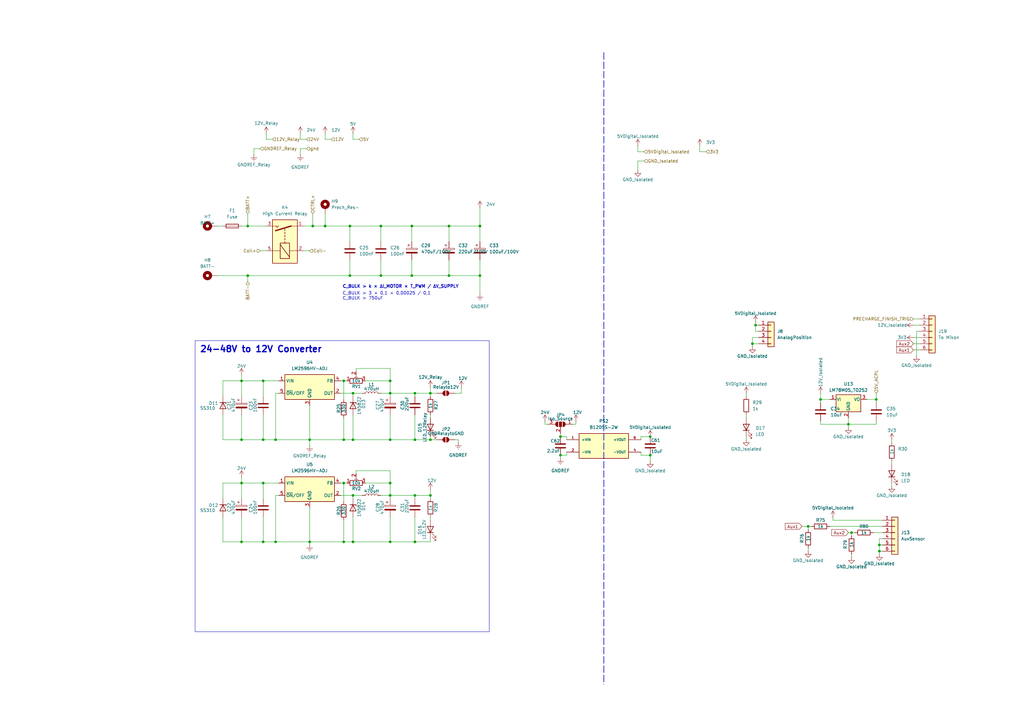
<source format=kicad_sch>
(kicad_sch (version 20250114) (generator "eeschema") (generator_version "9.0")
  (paper "A3")
  (lib_symbols
    (symbol "B2405S-2W:B1205S-2W" (pin_names (offset 1.016))
      (property "Reference" "PS" (at -10.1639 6.3579 0))
      (property "Value" "B1205S-2W" (at -10.1614 -7.6227 0))
      (symbol "B1205S-2W_0_0"
        (pin input line (at -15.24 2.54 0) (length 5.08) (name "+VIN") (number "1"))
        (pin input line (at -15.24 -2.54 0) (length 5.08) (name "-VIN") (number "2"))
        (pin output line (at 15.24 2.54 180) (length 5.08) (name "+VOUT") (number "6"))
        (pin output line (at 15.24 -2.54 180) (length 5.08) (name "-VOUT") (number "4"))
      )
    )
    (symbol "Connector_Generic:Conn_01x04" (pin_names (offset 1.016) (hide yes))
      (property "Reference" "J" (at 0 5.08 0))
      (property "Value" "Conn_01x04" (at 0 -7.62 0))
      (symbol "Conn_01x04_1_1"
        (pin passive line (at -5.08 2.54 0) (length 3.81) (name "Pin_1") (number "1"))
        (pin passive line (at -5.08 0 0) (length 3.81) (name "Pin_2") (number "2"))
        (pin passive line (at -5.08 -2.54 0) (length 3.81) (name "Pin_3") (number "3"))
        (pin passive line (at -5.08 -5.08 0) (length 3.81) (name "Pin_4") (number "4"))
      )
    )
    (symbol "Connector_Generic:Conn_01x06" (pin_names (offset 1.016) (hide yes))
      (property "Reference" "J" (at 0 7.62 0))
      (property "Value" "Conn_01x06" (at 0 -10.16 0))
      (symbol "Conn_01x06_1_1"
        (pin passive line (at -5.08 5.08 0) (length 3.81) (name "Pin_1") (number "1"))
        (pin passive line (at -5.08 2.54 0) (length 3.81) (name "Pin_2") (number "2"))
        (pin passive line (at -5.08 0 0) (length 3.81) (name "Pin_3") (number "3"))
        (pin passive line (at -5.08 -2.54 0) (length 3.81) (name "Pin_4") (number "4"))
        (pin passive line (at -5.08 -5.08 0) (length 3.81) (name "Pin_5") (number "5"))
        (pin passive line (at -5.08 -7.62 0) (length 3.81) (name "Pin_6") (number "6"))
      )
    )
    (symbol "Device:C" (pin_numbers (hide yes)) (pin_names (offset 0.254))
      (property "Reference" "C" (at 0.635 2.54 0))
      (property "Value" "C" (at 0.635 -2.54 0))
      (symbol "C_1_1"
        (pin passive line (at 0 3.81 270) (length 2.794) (name "~") (number "1"))
        (pin passive line (at 0 -3.81 90) (length 2.794) (name "~") (number "2"))
      )
    )
    (symbol "Device:C_Polarized" (pin_numbers (hide yes)) (pin_names (offset 0.254))
      (property "Reference" "C" (at 0.635 2.54 0))
      (property "Value" "C_Polarized" (at 0.635 -2.54 0))
      (symbol "C_Polarized_1_1"
        (pin passive line (at 0 3.81 270) (length 2.794) (name "~") (number "1"))
        (pin passive line (at 0 -3.81 90) (length 2.794) (name "~") (number "2"))
      )
    )
    (symbol "Device:D_Zener" (pin_numbers (hide yes)) (pin_names (offset 1.016) (hide yes))
      (property "Reference" "D" (at 0 2.54 0))
      (property "Value" "D_Zener" (at 0 -2.54 0))
      (symbol "D_Zener_1_1"
        (pin passive line (at -3.81 0 0) (length 2.54) (name "K") (number "1"))
        (pin passive line (at 3.81 0 180) (length 2.54) (name "A") (number "2"))
      )
    )
    (symbol "Device:Fuse" (pin_numbers (hide yes)) (pin_names (offset 0))
      (property "Reference" "F" (at 2.032 0 90))
      (property "Value" "Fuse" (at -1.905 0 90))
      (symbol "Fuse_1_1"
        (pin passive line (at 0 3.81 270) (length 1.27) (name "~") (number "1"))
        (pin passive line (at 0 -3.81 90) (length 1.27) (name "~") (number "2"))
      )
    )
    (symbol "Device:L" (pin_numbers (hide yes)) (pin_names (offset 1.016) (hide yes))
      (property "Reference" "L" (at -1.27 0 90))
      (property "Value" "L" (at 1.905 0 90))
      (symbol "L_1_1"
        (pin passive line (at 0 3.81 270) (length 1.27) (name "1") (number "1"))
        (pin passive line (at 0 -3.81 90) (length 1.27) (name "2") (number "2"))
      )
    )
    (symbol "Device:LED" (pin_numbers (hide yes)) (pin_names (offset 1.016) (hide yes))
      (property "Reference" "D" (at 0 2.54 0))
      (property "Value" "LED" (at 0 -2.54 0))
      (symbol "LED_1_1"
        (pin passive line (at -3.81 0 0) (length 2.54) (name "K") (number "1"))
        (pin passive line (at 3.81 0 180) (length 2.54) (name "A") (number "2"))
      )
    )
    (symbol "Device:R" (pin_numbers (hide yes)) (pin_names (offset 0))
      (property "Reference" "R" (at 2.032 0 90))
      (property "Value" "R" (at 0 0 90))
      (symbol "R_1_1"
        (pin passive line (at 0 3.81 270) (length 1.27) (name "~") (number "1"))
        (pin passive line (at 0 -3.81 90) (length 1.27) (name "~") (number "2"))
      )
    )
    (symbol "Device:R_Potentiometer_Trim" (pin_names (offset 1.016) (hide yes))
      (property "Reference" "RV" (at -4.445 0 90))
      (property "Value" "R_Potentiometer_Trim" (at -2.54 0 90))
      (symbol "R_Potentiometer_Trim_1_1"
        (pin passive line (at 0 3.81 270) (length 1.27) (name "1") (number "1"))
        (pin passive line (at 0 -3.81 90) (length 1.27) (name "3") (number "3"))
        (pin passive line (at 3.81 0 180) (length 1.27) (name "2") (number "2"))
      )
    )
    (symbol "Jumper:SolderJumper_2_Open" (pin_numbers (hide yes)) (pin_names (offset 0) (hide yes)) (in_bom no)
      (property "Reference" "JP" (at 0 2.032 0))
      (property "Value" "SolderJumper_2_Open" (at 0 -2.54 0))
      (symbol "SolderJumper_2_Open_1_1"
        (pin passive line (at -3.81 0 0) (length 2.54) (name "A") (number "1"))
        (pin passive line (at 3.81 0 180) (length 2.54) (name "B") (number "2"))
      )
    )
    (symbol "Jumper:SolderJumper_3_Open" (pin_names (offset 0) (hide yes)) (in_bom no)
      (property "Reference" "JP" (at -2.54 -2.54 0))
      (property "Value" "SolderJumper_3_Open" (at 0 2.794 0))
      (symbol "SolderJumper_3_Open_1_1"
        (pin passive line (at -5.08 0 0) (length 2.54) (name "A") (number "1"))
        (pin passive line (at 0 -3.81 90) (length 2.54) (name "C") (number "2"))
        (pin passive line (at 5.08 0 180) (length 2.54) (name "B") (number "3"))
      )
    )
    (symbol "Mechanical:MountingHole_Pad" (pin_numbers (hide yes)) (pin_names (offset 1.016) (hide yes)) (exclude_from_sim yes) (in_bom no)
      (property "Reference" "H" (at 0 6.35 0))
      (property "Value" "MountingHole_Pad" (at 0 4.445 0))
      (symbol "MountingHole_Pad_1_1"
        (pin input line (at 0 -2.54 90) (length 2.54) (name "1") (number "1"))
      )
    )
    (symbol "Regulator_Linear:LM78M05_TO252" (pin_names (offset 0.254))
      (property "Reference" "U" (at -3.81 3.175 0))
      (property "Value" "LM78M05_TO252" (at 0 3.175 0))
      (symbol "LM78M05_TO252_1_1"
        (pin power_in line (at -7.62 0 0) (length 2.54) (name "VI") (number "1"))
        (pin power_in line (at 0 -7.62 90) (length 2.54) (name "GND") (number "2"))
        (pin power_out line (at 7.62 0 180) (length 2.54) (name "VO") (number "3"))
      )
    )
    (symbol "Regulator_Switching:LM2596S-ADJ"
      (property "Reference" "U" (at -10.16 6.35 0))
      (property "Value" "LM2596S-ADJ" (at 0 6.35 0))
      (symbol "LM2596S-ADJ_1_1"
        (pin power_in line (at -12.7 2.54 0) (length 2.54) (name "VIN") (number "1"))
        (pin input line (at -12.7 -2.54 0) (length 2.54) (name "~{ON}/OFF") (number "5"))
        (pin power_in line (at 0 -7.62 90) (length 2.54) (name "GND") (number "3"))
        (pin input line (at 12.7 2.54 180) (length 2.54) (name "FB") (number "4"))
        (pin output line (at 12.7 -2.54 180) (length 2.54) (name "OUT") (number "2"))
      )
    )
    (symbol "Relay:SANYOU_SRD_Form_A"
      (property "Reference" "K" (at 8.89 3.81 0))
      (property "Value" "SANYOU_SRD_Form_A" (at 8.89 1.27 0))
      (symbol "SANYOU_SRD_Form_A_1_1"
        (pin passive line (at -5.08 7.62 270) (length 2.54) (name "~") (number "5"))
        (pin passive line (at -5.08 -7.62 90) (length 2.54) (name "~") (number "2"))
        (pin passive line (at 5.08 7.62 270) (length 2.54) (name "~") (number "3"))
        (pin passive line (at 5.08 -7.62 90) (length 2.54) (name "~") (number "1"))
      )
    )
    (symbol "power:+48V" (power) (pin_numbers (hide yes)) (pin_names (offset 0) (hide yes))
      (property "Value" "+48V" (at 0 3.556 0))
      (symbol "+48V_1_1"
        (pin power_in line (at 0 0 90) (length 0) (name "~") (number "1"))
      )
    )
    (symbol "power:GND" (power) (pin_numbers (hide yes)) (pin_names (offset 0) (hide yes))
      (property "Value" "GND" (at 0 -3.81 0))
      (symbol "GND_1_1"
        (pin power_in line (at 0 0 270) (length 0) (name "~") (number "1"))
      )
    )
    (symbol "power:GNDREF" (power) (pin_numbers (hide yes)) (pin_names (offset 0) (hide yes))
      (property "Value" "GNDREF" (at 0 -3.81 0))
      (symbol "GNDREF_1_1"
        (pin power_in line (at 0 0 270) (length 0) (name "~") (number "1"))
      )
    )
  )
  (text "C_BULK > 3 × 0,1 × 0,00025 / 0,1 \nC_BULK > 750uF" (at 140.462 121.412 0) (effects (font (size 1.27 1.27)) (justify left)))
  (text "C_BULK > k × ∆I_MOTOR × T_PWM / ∆V_SUPPLY" (at 164.338 117.602 0) (effects (font (size 1.27 1.27) (thickness 0.254) (bold yes))))
  (text_box "24-48V to 12V Converter" (at 80.01 139.7 0) (size 120.65 119.38) (margins 1.905 1.905 1.905 1.905) (effects (font (size 2.54 2.54) (thickness 0.508) (bold yes)) (justify left top)))
  (junction (at 266.7 186.69))
  (junction (at 170.18 203.2))
  (junction (at 229.87 186.69))
  (junction (at 140.97 180.34))
  (junction (at 308.61 140.97))
  (junction (at 107.95 198.12))
  (junction (at 140.97 156.21))
  (junction (at 359.41 163.83))
  (junction (at 107.95 156.21))
  (junction (at 113.03 222.25))
  (junction (at 229.87 179.07))
  (junction (at 170.18 161.29))
  (junction (at 144.78 161.29))
  (junction (at 144.78 180.34))
  (junction (at 160.02 198.12))
  (junction (at 160.02 156.21))
  (junction (at 360.68 223.52))
  (junction (at 140.97 222.25))
  (junction (at 144.78 203.2))
  (junction (at 160.02 180.34))
  (junction (at 107.95 222.25))
  (junction (at 170.18 180.34))
  (junction (at 349.25 218.44))
  (junction (at 156.21 92.71))
  (junction (at 331.47 215.9))
  (junction (at 160.02 203.2))
  (junction (at 160.02 222.25))
  (junction (at 101.6 113.03))
  (junction (at 140.97 198.12))
  (junction (at 143.51 92.71))
  (junction (at 196.85 113.03))
  (junction (at 99.06 198.12))
  (junction (at 176.53 161.29))
  (junction (at 184.15 113.03))
  (junction (at 336.55 163.83))
  (junction (at 196.85 92.71))
  (junction (at 184.15 92.71))
  (junction (at 176.53 180.34))
  (junction (at 170.18 222.25))
  (junction (at 128.27 92.71))
  (junction (at 99.06 180.34))
  (junction (at 176.53 203.2))
  (junction (at 107.95 180.34))
  (junction (at 266.7 179.07))
  (junction (at 99.06 222.25))
  (junction (at 309.88 133.35))
  (junction (at 99.06 156.21))
  (junction (at 113.03 180.34))
  (junction (at 156.21 113.03))
  (junction (at 168.91 113.03))
  (junction (at 127 222.25))
  (junction (at 168.91 92.71))
  (junction (at 144.78 222.25))
  (junction (at 160.02 161.29))
  (junction (at 101.6 92.71))
  (junction (at 347.98 173.99))
  (junction (at 127 180.34))
  (junction (at 143.51 113.03))
  (junction (at 133.35 92.71))
  (junction (at 360.68 226.06))
  (wire (pts (xy 229.87 177.8) (xy 229.87 179.07)))
  (wire (pts (xy 308.61 138.43) (xy 308.61 140.97)))
  (wire (pts (xy 374.65 138.43) (xy 377.19 138.43)))
  (wire (pts (xy 229.87 186.69) (xy 232.41 186.69)))
  (wire (pts (xy 176.53 161.29) (xy 179.07 161.29)))
  (wire (pts (xy 133.35 87.63) (xy 133.35 92.71)))
  (wire (pts (xy 347.98 173.99) (xy 359.41 173.99)))
  (wire (pts (xy 189.23 161.29) (xy 186.69 161.29)))
  (wire (pts (xy 176.53 170.18) (xy 176.53 171.45)))
  (wire (pts (xy 306.07 170.18) (xy 306.07 171.45)))
  (wire (pts (xy 107.95 222.25) (xy 113.03 222.25)))
  (wire (pts (xy 359.41 161.29) (xy 359.41 163.83)))
  (wire (pts (xy 156.21 106.68) (xy 156.21 113.03)))
  (wire (pts (xy 176.53 204.47) (xy 176.53 203.2)))
  (wire (pts (xy 113.03 222.25) (xy 113.03 203.2)))
  (wire (pts (xy 99.06 156.21) (xy 107.95 156.21)))
  (wire (pts (xy 176.53 162.56) (xy 176.53 161.29)))
  (wire (pts (xy 143.51 92.71) (xy 143.51 99.06)))
  (wire (pts (xy 360.68 226.06) (xy 360.68 227.33)))
  (wire (pts (xy 99.06 153.67) (xy 99.06 156.21)))
  (wire (pts (xy 176.53 158.75) (xy 176.53 161.29)))
  (wire (pts (xy 360.68 223.52) (xy 361.95 223.52)))
  (wire (pts (xy 170.18 161.29) (xy 176.53 161.29)))
  (wire (pts (xy 144.78 212.09) (xy 144.78 222.25)))
  (wire (pts (xy 127 166.37) (xy 127 180.34)))
  (wire (pts (xy 196.85 106.68) (xy 196.85 113.03)))
  (wire (pts (xy 170.18 203.2) (xy 176.53 203.2)))
  (wire (pts (xy 340.36 163.83) (xy 336.55 163.83)))
  (wire (pts (xy 160.02 180.34) (xy 170.18 180.34)))
  (wire (pts (xy 99.06 204.47) (xy 99.06 198.12)))
  (wire (pts (xy 99.06 92.71) (xy 101.6 92.71)))
  (wire (pts (xy 140.97 156.21) (xy 140.97 163.83)))
  (wire (pts (xy 160.02 161.29) (xy 160.02 162.56)))
  (wire (pts (xy 160.02 203.2) (xy 160.02 204.47)))
  (wire (pts (xy 99.06 170.18) (xy 99.06 180.34)))
  (wire (pts (xy 107.95 204.47) (xy 107.95 198.12)))
  (wire (pts (xy 144.78 170.18) (xy 144.78 180.34)))
  (wire (pts (xy 160.02 156.21) (xy 160.02 161.29)))
  (wire (pts (xy 113.03 222.25) (xy 127 222.25)))
  (wire (pts (xy 176.53 179.07) (xy 176.53 180.34)))
  (wire (pts (xy 347.98 218.44) (xy 349.25 218.44)))
  (wire (pts (xy 109.22 54.61) (xy 109.22 57.15)))
  (wire (pts (xy 91.44 204.47) (xy 91.44 198.12)))
  (wire (pts (xy 91.44 156.21) (xy 99.06 156.21)))
  (wire (pts (xy 176.53 220.98) (xy 176.53 222.25)))
  (wire (pts (xy 365.76 198.12) (xy 365.76 199.39)))
  (wire (pts (xy 99.06 212.09) (xy 99.06 222.25)))
  (wire (pts (xy 176.53 180.34) (xy 179.07 180.34)))
  (wire (pts (xy 365.76 189.23) (xy 365.76 190.5)))
  (wire (pts (xy 229.87 187.96) (xy 229.87 186.69)))
  (wire (pts (xy 184.15 106.68) (xy 184.15 113.03)))
  (wire (pts (xy 341.63 212.09) (xy 341.63 213.36)))
  (wire (pts (xy 377.19 133.35) (xy 374.65 133.35)))
  (wire (pts (xy 196.85 92.71) (xy 196.85 99.06)))
  (wire (pts (xy 106.68 102.87) (xy 109.22 102.87)))
  (wire (pts (xy 88.9 92.71) (xy 91.44 92.71)))
  (wire (pts (xy 347.98 173.99) (xy 347.98 175.26)))
  (wire (pts (xy 127 222.25) (xy 140.97 222.25)))
  (wire (pts (xy 186.69 180.34) (xy 187.96 180.34)))
  (wire (pts (xy 308.61 138.43) (xy 311.15 138.43)))
  (wire (pts (xy 374.65 143.51) (xy 377.19 143.51)))
  (wire (pts (xy 140.97 180.34) (xy 140.97 171.45)))
  (wire (pts (xy 189.23 158.75) (xy 189.23 161.29)))
  (wire (pts (xy 309.88 133.35) (xy 309.88 135.89)))
  (wire (pts (xy 127 180.34) (xy 140.97 180.34)))
  (wire (pts (xy 139.7 198.12) (xy 140.97 198.12)))
  (wire (pts (xy 187.96 180.34) (xy 187.96 181.61)))
  (wire (pts (xy 113.03 161.29) (xy 114.3 161.29)))
  (wire (pts (xy 123.19 57.15) (xy 125.73 57.15)))
  (wire (pts (xy 143.51 106.68) (xy 143.51 113.03)))
  (wire (pts (xy 127 208.28) (xy 127 222.25)))
  (wire (pts (xy 140.97 156.21) (xy 142.24 156.21)))
  (wire (pts (xy 107.95 162.56) (xy 107.95 156.21)))
  (wire (pts (xy 184.15 92.71) (xy 196.85 92.71)))
  (wire (pts (xy 262.89 186.69) (xy 262.89 185.42)))
  (wire (pts (xy 168.91 92.71) (xy 168.91 99.06)))
  (wire (pts (xy 170.18 222.25) (xy 176.53 222.25)))
  (wire (pts (xy 99.06 198.12) (xy 107.95 198.12)))
  (wire (pts (xy 184.15 92.71) (xy 184.15 99.06)))
  (wire (pts (xy 156.21 92.71) (xy 156.21 99.06)))
  (wire (pts (xy 101.6 92.71) (xy 109.22 92.71)))
  (wire (pts (xy 236.22 173.99) (xy 234.95 173.99)))
  (wire (pts (xy 261.62 66.04) (xy 261.62 69.85)))
  (wire (pts (xy 124.46 92.71) (xy 128.27 92.71)))
  (wire (pts (xy 113.03 180.34) (xy 113.03 161.29)))
  (wire (pts (xy 168.91 92.71) (xy 184.15 92.71)))
  (wire (pts (xy 143.51 113.03) (xy 156.21 113.03)))
  (wire (pts (xy 88.9 113.03) (xy 101.6 113.03)))
  (polyline (pts (xy 247.65 21.59) (xy 247.65 280.67)) (stroke (width 0.254) (type dash)))
  (wire (pts (xy 160.02 161.29) (xy 170.18 161.29)))
  (wire (pts (xy 262.89 186.69) (xy 266.7 186.69)))
  (wire (pts (xy 309.88 133.35) (xy 311.15 133.35)))
  (wire (pts (xy 160.02 203.2) (xy 170.18 203.2)))
  (wire (pts (xy 140.97 222.25) (xy 140.97 213.36)))
  (wire (pts (xy 139.7 156.21) (xy 140.97 156.21)))
  (wire (pts (xy 144.78 203.2) (xy 148.59 203.2)))
  (wire (pts (xy 358.14 218.44) (xy 361.95 218.44)))
  (wire (pts (xy 99.06 222.25) (xy 107.95 222.25)))
  (wire (pts (xy 336.55 173.99) (xy 347.98 173.99)))
  (wire (pts (xy 359.41 165.1) (xy 359.41 163.83)))
  (wire (pts (xy 107.95 180.34) (xy 113.03 180.34)))
  (wire (pts (xy 127 180.34) (xy 127 182.88)))
  (wire (pts (xy 160.02 180.34) (xy 160.02 170.18)))
  (wire (pts (xy 107.95 170.18) (xy 107.95 180.34)))
  (wire (pts (xy 236.22 173.99) (xy 236.22 172.72)))
  (wire (pts (xy 113.03 180.34) (xy 127 180.34)))
  (wire (pts (xy 170.18 161.29) (xy 170.18 162.56)))
  (wire (pts (xy 128.27 87.63) (xy 128.27 92.71)))
  (wire (pts (xy 101.6 113.03) (xy 143.51 113.03)))
  (wire (pts (xy 107.95 212.09) (xy 107.95 222.25)))
  (wire (pts (xy 144.78 57.15) (xy 147.32 57.15)))
  (wire (pts (xy 262.89 179.07) (xy 262.89 180.34)))
  (wire (pts (xy 143.51 92.71) (xy 156.21 92.71)))
  (wire (pts (xy 176.53 200.66) (xy 176.53 203.2)))
  (wire (pts (xy 374.65 130.81) (xy 377.19 130.81)))
  (wire (pts (xy 331.47 215.9) (xy 332.74 215.9)))
  (wire (pts (xy 223.52 173.99) (xy 223.52 172.72)))
  (wire (pts (xy 261.62 62.23) (xy 264.16 62.23)))
  (wire (pts (xy 149.86 156.21) (xy 160.02 156.21)))
  (wire (pts (xy 144.78 161.29) (xy 144.78 162.56)))
  (wire (pts (xy 144.78 161.29) (xy 148.59 161.29)))
  (wire (pts (xy 149.86 198.12) (xy 160.02 198.12)))
  (wire (pts (xy 229.87 179.07) (xy 232.41 179.07)))
  (wire (pts (xy 123.19 63.5) (xy 123.19 60.96)))
  (wire (pts (xy 160.02 198.12) (xy 160.02 203.2)))
  (wire (pts (xy 144.78 222.25) (xy 160.02 222.25)))
  (wire (pts (xy 360.68 220.98) (xy 361.95 220.98)))
  (wire (pts (xy 341.63 213.36) (xy 361.95 213.36)))
  (wire (pts (xy 328.93 215.9) (xy 331.47 215.9)))
  (wire (pts (xy 266.7 186.69) (xy 266.7 189.23)))
  (wire (pts (xy 287.02 59.69) (xy 287.02 62.23)))
  (wire (pts (xy 113.03 203.2) (xy 114.3 203.2)))
  (wire (pts (xy 360.68 220.98) (xy 360.68 223.52)))
  (wire (pts (xy 196.85 120.65) (xy 196.85 113.03)))
  (wire (pts (xy 349.25 227.33) (xy 349.25 228.6)))
  (wire (pts (xy 336.55 172.72) (xy 336.55 173.99)))
  (wire (pts (xy 266.7 179.07) (xy 262.89 179.07)))
  (wire (pts (xy 309.88 135.89) (xy 311.15 135.89)))
  (wire (pts (xy 365.76 180.34) (xy 365.76 181.61)))
  (wire (pts (xy 140.97 180.34) (xy 144.78 180.34)))
  (wire (pts (xy 140.97 222.25) (xy 144.78 222.25)))
  (wire (pts (xy 156.21 113.03) (xy 168.91 113.03)))
  (wire (pts (xy 101.6 87.63) (xy 101.6 92.71)))
  (wire (pts (xy 140.97 198.12) (xy 142.24 198.12)))
  (wire (pts (xy 170.18 212.09) (xy 170.18 222.25)))
  (wire (pts (xy 146.05 151.13) (xy 146.05 152.4)))
  (wire (pts (xy 91.44 198.12) (xy 99.06 198.12)))
  (wire (pts (xy 91.44 180.34) (xy 99.06 180.34)))
  (wire (pts (xy 306.07 161.29) (xy 306.07 162.56)))
  (wire (pts (xy 107.95 156.21) (xy 114.3 156.21)))
  (wire (pts (xy 359.41 172.72) (xy 359.41 173.99)))
  (wire (pts (xy 308.61 140.97) (xy 308.61 142.24)))
  (wire (pts (xy 104.14 63.5) (xy 104.14 60.96)))
  (wire (pts (xy 170.18 203.2) (xy 170.18 204.47)))
  (wire (pts (xy 133.35 57.15) (xy 135.89 57.15)))
  (wire (pts (xy 146.05 193.04) (xy 160.02 193.04)))
  (wire (pts (xy 133.35 92.71) (xy 143.51 92.71)))
  (wire (pts (xy 349.25 218.44) (xy 350.52 218.44)))
  (wire (pts (xy 146.05 151.13) (xy 160.02 151.13)))
  (wire (pts (xy 287.02 62.23) (xy 289.56 62.23)))
  (wire (pts (xy 374.65 140.97) (xy 377.19 140.97)))
  (wire (pts (xy 156.21 203.2) (xy 160.02 203.2)))
  (wire (pts (xy 331.47 224.79) (xy 331.47 226.06)))
  (wire (pts (xy 91.44 212.09) (xy 91.44 222.25)))
  (wire (pts (xy 355.6 163.83) (xy 359.41 163.83)))
  (wire (pts (xy 176.53 212.09) (xy 176.53 213.36)))
  (wire (pts (xy 349.25 218.44) (xy 349.25 219.71)))
  (wire (pts (xy 184.15 113.03) (xy 196.85 113.03)))
  (wire (pts (xy 361.95 226.06) (xy 360.68 226.06)))
  (wire (pts (xy 107.95 198.12) (xy 114.3 198.12)))
  (wire (pts (xy 306.07 179.07) (xy 306.07 180.34)))
  (wire (pts (xy 144.78 203.2) (xy 144.78 204.47)))
  (wire (pts (xy 104.14 60.96) (xy 106.68 60.96)))
  (wire (pts (xy 308.61 140.97) (xy 311.15 140.97)))
  (wire (pts (xy 146.05 193.04) (xy 146.05 194.31)))
  (wire (pts (xy 196.85 85.09) (xy 196.85 92.71)))
  (wire (pts (xy 91.44 170.18) (xy 91.44 180.34)))
  (wire (pts (xy 156.21 161.29) (xy 160.02 161.29)))
  (wire (pts (xy 99.06 162.56) (xy 99.06 156.21)))
  (wire (pts (xy 168.91 113.03) (xy 184.15 113.03)))
  (wire (pts (xy 160.02 193.04) (xy 160.02 198.12)))
  (wire (pts (xy 264.16 66.04) (xy 261.62 66.04)))
  (wire (pts (xy 144.78 180.34) (xy 160.02 180.34)))
  (wire (pts (xy 232.41 186.69) (xy 232.41 185.42)))
  (wire (pts (xy 375.92 135.89) (xy 375.92 146.05)))
  (wire (pts (xy 170.18 170.18) (xy 170.18 180.34)))
  (wire (pts (xy 144.78 54.61) (xy 144.78 57.15)))
  (wire (pts (xy 377.19 135.89) (xy 375.92 135.89)))
  (wire (pts (xy 139.7 161.29) (xy 144.78 161.29)))
  (wire (pts (xy 340.36 215.9) (xy 361.95 215.9)))
  (wire (pts (xy 124.46 102.87) (xy 127 102.87)))
  (wire (pts (xy 331.47 215.9) (xy 331.47 217.17)))
  (wire (pts (xy 127 222.25) (xy 127 223.52)))
  (wire (pts (xy 347.98 171.45) (xy 347.98 173.99)))
  (wire (pts (xy 168.91 106.68) (xy 168.91 113.03)))
  (wire (pts (xy 91.44 162.56) (xy 91.44 156.21)))
  (wire (pts (xy 156.21 92.71) (xy 168.91 92.71)))
  (wire (pts (xy 336.55 161.29) (xy 336.55 163.83)))
  (wire (pts (xy 160.02 222.25) (xy 170.18 222.25)))
  (wire (pts (xy 223.52 173.99) (xy 224.79 173.99)))
  (wire (pts (xy 360.68 223.52) (xy 360.68 226.06)))
  (wire (pts (xy 99.06 195.58) (xy 99.06 198.12)))
  (wire (pts (xy 170.18 180.34) (xy 176.53 180.34)))
  (wire (pts (xy 123.19 60.96) (xy 125.73 60.96)))
  (wire (pts (xy 336.55 163.83) (xy 336.55 165.1)))
  (wire (pts (xy 91.44 222.25) (xy 99.06 222.25)))
  (wire (pts (xy 261.62 59.69) (xy 261.62 62.23)))
  (wire (pts (xy 109.22 57.15) (xy 111.76 57.15)))
  (wire (pts (xy 133.35 54.61) (xy 133.35 57.15)))
  (wire (pts (xy 160.02 151.13) (xy 160.02 156.21)))
  (wire (pts (xy 232.41 179.07) (xy 232.41 180.34)))
  (wire (pts (xy 309.88 132.08) (xy 309.88 133.35)))
  (wire (pts (xy 139.7 203.2) (xy 144.78 203.2)))
  (wire (pts (xy 140.97 198.12) (xy 140.97 205.74)))
  (wire (pts (xy 99.06 180.34) (xy 107.95 180.34)))
  (wire (pts (xy 160.02 222.25) (xy 160.02 212.09)))
  (wire (pts (xy 101.6 113.03) (xy 101.6 115.57)))
  (wire (pts (xy 128.27 92.71) (xy 133.35 92.71)))
  (wire (pts (xy 123.19 54.61) (xy 123.19 57.15)))
  (global_label "Aux1" (shape input) (at 328.93 215.9 180) (property "Intersheetrefs" "${INTERSHEET_REFS}" (effects (hide yes))))
  (global_label "Aux1" (shape input) (at 374.65 143.51 180) (property "Intersheetrefs" "${INTERSHEET_REFS}" (effects (hide yes))))
  (global_label "Aux2" (shape input) (at 347.98 218.44 180) (property "Intersheetrefs" "${INTERSHEET_REFS}" (effects (hide yes))))
  (global_label "Aux2" (shape input) (at 374.65 140.97 180) (property "Intersheetrefs" "${INTERSHEET_REFS}" (effects (hide yes))))
  (hierarchical_label "Coil+" (shape input) (at 106.68 102.87 180))
  (hierarchical_label "24V" (shape input) (at 125.73 57.15 0))
  (hierarchical_label "3V3" (shape input) (at 289.56 62.23 0))
  (hierarchical_label "BATT+" (shape input) (at 101.6 87.63 90))
  (hierarchical_label "5V" (shape input) (at 147.32 57.15 0))
  (hierarchical_label "PRECHARGE_FINISH_TRIG" (shape input) (at 374.65 130.81 180))
  (hierarchical_label "12V_Relay" (shape input) (at 111.76 57.15 0))
  (hierarchical_label "12V" (shape input) (at 135.89 57.15 0))
  (hierarchical_label "GND_Isolated" (shape input) (at 264.16 66.04 0))
  (hierarchical_label "BATT-" (shape input) (at 101.6 115.57 270))
  (hierarchical_label "CTRL+" (shape input) (at 128.27 87.63 90))
  (hierarchical_label "5VDigital_Isolated" (shape input) (at 264.16 62.23 0))
  (hierarchical_label "5V_ACPL" (shape input) (at 359.41 161.29 90))
  (hierarchical_label "gnd" (shape input) (at 125.73 60.96 0))
  (hierarchical_label "GNDREF_Relay" (shape input) (at 106.68 60.96 0))
  (hierarchical_label "Coil-" (shape input) (at 127 102.87 0))
  (symbol (lib_id "Connector_Generic:Conn_01x04") (at 316.23 135.89 0) (unit 1)
    (property "Reference" "J8" (at 318.77 135.8899 0) (effects (justify left)))
    (property "Value" "AnalogPosition" (at 318.77 138.4299 0) (effects (justify left)))
    (property "Footprint" "Connector_Molex:Molex_Mini-Fit_Jr_5569-04A2_2x02_P4.20mm_Horizontal" (effects (hide yes)))
    (property "Description" "Generic connector, single row, 01x04, script generated (kicad-library-utils/schlib/autogen/connector/)" (effects (hide yes)))
  )
  (symbol (lib_id "Device:C") (at 170.18 166.37 0) (unit 1)
    (property "Reference" "C30" (at 165.1 168.148 90) (effects (justify left)))
    (property "Value" "220uF" (at 166.878 168.656 90) (effects (justify left)))
    (property "Footprint" "Capacitor_SMD:C_0805_2012Metric" (effects (hide yes)))
    (property "Description" "Unpolarized capacitor" (effects (hide yes)))
  )
  (symbol (lib_id "Device:R") (at 336.55 215.9 90) (unit 1)
    (property "Reference" "R75" (at 336.55 213.36 90))
    (property "Value" "1k" (at 336.55 215.9 90))
    (property "Footprint" "Resistor_SMD:R_0805_2012Metric" (effects (hide yes)))
    (property "Description" "Resistor" (effects (hide yes)))
  )
  (symbol (lib_id "power:GNDREF") (at 187.96 181.61 0) (unit 1)
    (property "Reference" "#PWR042" (effects (hide yes)))
    (property "Value" "GNDREF" (at 187.96 186.69 0))
    (property "Description" "Power symbol creates a global label with name \"GNDREF\" , reference supply ground" (effects (hide yes)))
  )
  (symbol (lib_id "Device:R") (at 306.07 166.37 0) (unit 1)
    (property "Reference" "R29" (at 308.61 165.0999 0) (effects (justify left)))
    (property "Value" "1k" (at 308.61 167.6399 0) (effects (justify left)))
    (property "Footprint" "Resistor_SMD:R_0805_2012Metric" (effects (hide yes)))
    (property "Description" "Resistor" (effects (hide yes)))
  )
  (symbol (lib_id "Jumper:SolderJumper_3_Open") (at 229.87 173.99 0) (mirror y) (unit 1) (in_bom no)
    (property "Reference" "JP4" (at 229.87 170.18 0))
    (property "Value" "Iso_Source" (at 229.87 171.704 0))
    (property "Footprint" "Jumper:SolderJumper-3_P1.3mm_Open_RoundedPad1.0x1.5mm_NumberLabels" (effects (hide yes)))
    (property "Description" "Solder Jumper, 3-pole, open" (effects (hide yes)))
  )
  (symbol (lib_id "power:+48V") (at 236.22 172.72 0) (unit 1)
    (property "Reference" "#PWR051" (effects (hide yes)))
    (property "Value" "12V" (at 234.95 169.164 0) (effects (justify left)))
    (property "Description" "Power symbol creates a global label with name \"+48V\"" (effects (hide yes)))
  )
  (symbol (lib_id "Device:C_Polarized") (at 184.15 102.87 0) (unit 1)
    (property "Reference" "C32" (at 187.96 100.7109 0) (effects (justify left)))
    (property "Value" "220uF/100V" (at 187.96 103.2509 0) (effects (justify left)))
    (property "Footprint" "Capacitor_THT:CP_Radial_D16.0mm_P7.50mm" (effects (hide yes)))
    (property "Description" "Polarized capacitor" (effects (hide yes)))
  )
  (symbol (lib_id "power:+48V") (at 261.62 59.69 0) (unit 1)
    (property "Reference" "#PWR062" (effects (hide yes)))
    (property "Value" "5VDigital_Isolated" (at 261.62 55.88 0))
    (property "Description" "Power symbol creates a global label with name \"+48V\"" (effects (hide yes)))
  )
  (symbol (lib_id "Device:R") (at 331.47 220.98 180) (unit 1)
    (property "Reference" "R76" (at 328.93 222.758 90) (effects (justify right)))
    (property "Value" "1k" (at 331.47 221.996 90) (effects (justify right)))
    (property "Footprint" "Resistor_SMD:R_0805_2012Metric" (effects (hide yes)))
    (property "Description" "Resistor" (effects (hide yes)))
  )
  (symbol (lib_id "Mechanical:MountingHole_Pad") (at 86.36 92.71 90) (unit 1) (exclude_from_sim yes) (in_bom no)
    (property "Reference" "H7" (at 85.09 88.9 90))
    (property "Value" "BATT+" (at 85.09 91.44 90))
    (property "Footprint" "Terminal_SMD_M5:TerminalSMD_M5" (effects (hide yes)))
    (property "Description" "Mounting Hole with connection" (effects (hide yes)))
  )
  (symbol (lib_id "power:+48V") (at 189.23 158.75 0) (unit 1)
    (property "Reference" "#PWR043" (effects (hide yes)))
    (property "Value" "12V" (at 187.96 155.194 0) (effects (justify left)))
    (property "Description" "Power symbol creates a global label with name \"+48V\"" (effects (hide yes)))
  )
  (symbol (lib_id "Device:LED") (at 306.07 175.26 90) (unit 1)
    (property "Reference" "D17" (at 309.88 175.5774 90) (effects (justify right)))
    (property "Value" "LED" (at 309.88 178.1174 90) (effects (justify right)))
    (property "Footprint" "LED_SMD:LED_0805_2012Metric_Pad1.15x1.40mm_HandSolder" (effects (hide yes)))
    (property "Description" "Light emitting diode" (effects (hide yes)))
  )
  (symbol (lib_id "power:+48V") (at 133.35 54.61 0) (unit 1)
    (property "Reference" "#PWR039" (effects (hide yes)))
    (property "Value" "12V" (at 135.89 53.3399 0) (effects (justify left)))
    (property "Description" "Power symbol creates a global label with name \"+48V\"" (effects (hide yes)))
  )
  (symbol (lib_id "Device:Fuse") (at 95.25 92.71 90) (unit 1)
    (property "Reference" "F1" (at 95.25 86.36 90))
    (property "Value" "Fuse" (at 95.25 88.9 90))
    (property "Footprint" "FuseController14x51:Fuse_L30mm" (effects (hide yes)))
    (property "Description" "Fuse" (effects (hide yes)))
  )
  (symbol (lib_id "Device:R") (at 365.76 185.42 0) (unit 1)
    (property "Reference" "R30" (at 368.3 184.1499 0) (effects (justify left)))
    (property "Value" "1k" (at 365.76 186.436 90) (effects (justify left)))
    (property "Footprint" "Resistor_SMD:R_0805_2012Metric" (effects (hide yes)))
    (property "Description" "Resistor" (effects (hide yes)))
  )
  (symbol (lib_id "power:GND") (at 365.76 199.39 0) (unit 1)
    (property "Reference" "#PWR067" (effects (hide yes)))
    (property "Value" "GND_Isolated" (at 365.76 203.2 0))
    (property "Description" "Power symbol creates a global label with name \"GND\" , ground" (effects (hide yes)))
  )
  (symbol (lib_id "Device:R") (at 176.53 166.37 0) (unit 1)
    (property "Reference" "R27" (at 178.816 168.148 90) (effects (justify left)))
    (property "Value" "1k" (at 176.53 167.64 90) (effects (justify left)))
    (property "Footprint" "Resistor_SMD:R_0805_2012Metric" (effects (hide yes)))
    (property "Description" "Resistor" (effects (hide yes)))
  )
  (symbol (lib_id "Connector_Generic:Conn_01x06") (at 382.27 135.89 0) (unit 1)
    (property "Reference" "J19" (at 384.81 135.8899 0) (effects (justify left)))
    (property "Value" "To Mikon" (at 384.81 138.4299 0) (effects (justify left)))
    (property "Footprint" "Connector_PinSocket_2.54mm:PinSocket_1x06_P2.54mm_Vertical" (effects (hide yes)))
    (property "Description" "Generic connector, single row, 01x06, script generated (kicad-library-utils/schlib/autogen/connector/)" (effects (hide yes)))
  )
  (symbol (lib_id "power:+48V") (at 176.53 200.66 0) (unit 1)
    (property "Reference" "#PWR041" (effects (hide yes)))
    (property "Value" "12V" (at 175.26 197.104 0) (effects (justify left)))
    (property "Description" "Power symbol creates a global label with name \"+48V\"" (effects (hide yes)))
  )
  (symbol (lib_id "Device:R_Potentiometer_Trim") (at 146.05 156.21 90) (unit 1)
    (property "Reference" "RV1" (at 144.272 158.496 90) (effects (justify right)))
    (property "Value" "10k" (at 144.272 156.21 90) (effects (justify right)))
    (property "Footprint" "Potentiometer_THT:Potentiometer_Runtron_RM-065_Vertical" (effects (hide yes)))
    (property "Description" "Trim-potentiometer" (effects (hide yes)))
  )
  (symbol (lib_id "Mechanical:MountingHole_Pad") (at 86.36 113.03 90) (unit 1) (exclude_from_sim yes) (in_bom no)
    (property "Reference" "H8" (at 85.09 106.68 90))
    (property "Value" "BATT-" (at 85.09 109.22 90))
    (property "Footprint" "Terminal_SMD_M5:TerminalSMD_M5" (effects (hide yes)))
    (property "Description" "Mounting Hole with connection" (effects (hide yes)))
  )
  (symbol (lib_id "Regulator_Switching:LM2596S-ADJ") (at 127 158.75 0) (unit 1)
    (property "Reference" "U4" (at 127 148.59 0))
    (property "Value" "LM2596HV-ADJ" (at 127 151.13 0))
    (property "Footprint" "Package_TO_SOT_SMD:TO-263-5_TabPin3" (effects (hide yes)))
    (property "Datasheet" "http://www.ti.com/lit/ds/symlink/lm2596.pdf" (effects (hide yes)))
    (property "Description" "Adjustable 3A Step-Down Voltage Regulator, TO-263" (effects (hide yes)))
  )
  (symbol (lib_id "power:+48V") (at 123.19 54.61 0) (unit 1)
    (property "Reference" "#PWR035" (effects (hide yes)))
    (property "Value" "24V" (at 125.73 53.3399 0) (effects (justify left)))
    (property "Description" "Power symbol creates a global label with name \"+48V\"" (effects (hide yes)))
  )
  (symbol (lib_id "power:GND") (at 360.68 227.33 0) (unit 1)
    (property "Reference" "#PWR0121" (effects (hide yes)))
    (property "Value" "GND_Isolated" (at 360.68 231.14 0))
    (property "Description" "Power symbol creates a global label with name \"GND\" , ground" (effects (hide yes)))
  )
  (symbol (lib_id "power:GND") (at 308.61 142.24 0) (unit 1)
    (property "Reference" "#PWR021" (effects (hide yes)))
    (property "Value" "GND_Isolated" (at 308.61 146.05 0))
    (property "Description" "Power symbol creates a global label with name \"GND\" , ground" (effects (hide yes)))
  )
  (symbol (lib_id "power:+48V") (at 196.85 85.09 0) (unit 1)
    (property "Reference" "#PWR044" (effects (hide yes)))
    (property "Value" "24V" (at 199.39 83.8199 0) (effects (justify left)))
    (property "Description" "Power symbol creates a global label with name \"+48V\"" (effects (hide yes)))
  )
  (symbol (lib_id "power:+48V") (at 336.55 161.29 0) (unit 1)
    (property "Reference" "#PWR055" (effects (hide yes)))
    (property "Value" "12V_Isolated" (at 336.55 152.654 90))
    (property "Description" "Power symbol creates a global label with name \"+48V\"" (effects (hide yes)))
  )
  (symbol (lib_id "Device:C_Polarized") (at 160.02 208.28 0) (unit 1)
    (property "Reference" "C28" (at 154.94 210.058 90) (effects (justify left)))
    (property "Value" "470uF" (at 156.718 211.074 90) (effects (justify left)))
    (property "Footprint" "Capacitor_SMD:CP_Elec_8x10" (effects (hide yes)))
    (property "Description" "Polarized capacitor" (effects (hide yes)))
  )
  (symbol (lib_id "Device:D_Zener") (at 144.78 208.28 270) (unit 1)
    (property "Reference" "D14" (at 149.098 209.55 0) (effects (justify right)))
    (property "Value" "1N5822" (at 147.32 212.09 0) (effects (justify right)))
    (property "Footprint" "Diode_SMD:D_SMA" (effects (hide yes)))
    (property "Description" "Zener diode" (effects (hide yes)))
  )
  (symbol (lib_id "power:+48V") (at 99.06 153.67 0) (unit 1)
    (property "Reference" "#PWR033" (effects (hide yes)))
    (property "Value" "24V" (at 99.06 150.114 0))
    (property "Description" "Power symbol creates a global label with name \"+48V\"" (effects (hide yes)))
  )
  (symbol (lib_id "Device:C_Polarized") (at 99.06 208.28 0) (unit 1)
    (property "Reference" "C22" (at 93.98 210.058 90) (effects (justify left)))
    (property "Value" "470uF" (at 95.758 211.074 90) (effects (justify left)))
    (property "Footprint" "Capacitor_SMD:CP_Elec_8x10" (effects (hide yes)))
    (property "Description" "Polarized capacitor" (effects (hide yes)))
  )
  (symbol (lib_id "power:+48V") (at 287.02 59.69 0) (unit 1)
    (property "Reference" "#PWR024" (effects (hide yes)))
    (property "Value" "3V3" (at 289.56 58.4199 0) (effects (justify left)))
    (property "Description" "Power symbol creates a global label with name \"+48V\"" (effects (hide yes)))
  )
  (symbol (lib_id "Mechanical:MountingHole_Pad") (at 133.35 85.09 0) (unit 1) (exclude_from_sim yes) (in_bom no)
    (property "Reference" "H9" (at 135.89 82.5499 0) (effects (justify left)))
    (property "Value" "Prech_Res-" (at 135.89 85.0899 0) (effects (justify left)))
    (property "Footprint" "MountingHole:MountingHole_3.2mm_M3_Pad_Via" (effects (hide yes)))
    (property "Description" "Mounting Hole with connection" (effects (hide yes)))
  )
  (symbol (lib_id "power:+48V") (at 374.65 138.43 90) (unit 1)
    (property "Reference" "#PWR0149" (effects (hide yes)))
    (property "Value" "3V3" (at 371.856 138.43 90) (effects (justify left)))
    (property "Description" "Power symbol creates a global label with name \"+48V\"" (effects (hide yes)))
  )
  (symbol (lib_id "Device:D_Zener") (at 144.78 166.37 270) (unit 1)
    (property "Reference" "D13" (at 149.098 167.64 0) (effects (justify right)))
    (property "Value" "1N5822" (at 147.32 170.18 0) (effects (justify right)))
    (property "Footprint" "Diode_SMD:D_SMA" (effects (hide yes)))
    (property "Description" "Zener diode" (effects (hide yes)))
  )
  (symbol (lib_id "power:GND") (at 266.7 189.23 0) (unit 1)
    (property "Reference" "#PWR057" (effects (hide yes)))
    (property "Value" "GND_Isolated" (at 266.7 193.04 0))
    (property "Description" "Power symbol creates a global label with name \"GND\" , ground" (effects (hide yes)))
  )
  (symbol (lib_id "B2405S-2W:B1205S-2W") (at 247.65 182.88 0) (unit 1)
    (property "Reference" "PS2" (at 247.65 172.72 0))
    (property "Value" "B1205S-2W" (at 247.65 175.26 0))
    (property "Footprint" "B2405S-2W:B2405S-2W" (effects (hide yes)))
    (property "MF" "Recom Power" (effects (hide yes)))
    (property "MAXIMUM_PACKAGE_HEIGHT" "10.2mm" (effects (hide yes)))
    (property "Package" "SIP-7 Recom Power" (effects (hide yes)))
    (property "Price" "None" (effects (hide yes)))
    (property "Check_prices" "https://www.snapeda.com/parts/RE-2405S/HP/Recom+Power/view-part/?ref=eda" (effects (hide yes)))
    (property "STANDARD" "Manufacturer Recommendations" (effects (hide yes)))
    (property "PARTREV" "1" (effects (hide yes)))
    (property "SnapEDA_Link" "https://www.snapeda.com/parts/RE-2405S/HP/Recom+Power/view-part/?ref=snap" (effects (hide yes)))
    (property "MP" "RE-2405S/HP" (effects (hide yes)))
    (property "Description_1" "1W DC/DC-Converter 'ECONOLINE' SIP7 2kV unreg" (effects (hide yes)))
    (property "Availability" "In Stock" (effects (hide yes)))
    (property "MANUFACTURER" "Recom" (effects (hide yes)))
  )
  (symbol (lib_id "Device:C") (at 107.95 166.37 0) (unit 1)
    (property "Reference" "C23" (at 102.87 168.402 90) (effects (justify left)))
    (property "Value" "100nF" (at 104.648 169.164 90) (effects (justify left)))
    (property "Footprint" "Capacitor_SMD:C_0805_2012Metric" (effects (hide yes)))
    (property "Description" "Unpolarized capacitor" (effects (hide yes)))
  )
  (symbol (lib_id "Device:C_Polarized") (at 168.91 102.87 0) (unit 1)
    (property "Reference" "C29" (at 172.72 100.7109 0) (effects (justify left)))
    (property "Value" "470uF/100V" (at 172.72 103.2509 0) (effects (justify left)))
    (property "Footprint" "Capacitor_THT:CP_Radial_D16.0mm_P7.50mm" (effects (hide yes)))
    (property "Description" "Polarized capacitor" (effects (hide yes)))
  )
  (symbol (lib_id "Device:R") (at 176.53 208.28 0) (unit 1)
    (property "Reference" "R28" (at 178.816 210.058 90) (effects (justify left)))
    (property "Value" "1k" (at 176.53 209.55 90) (effects (justify left)))
    (property "Footprint" "Resistor_SMD:R_0805_2012Metric" (effects (hide yes)))
    (property "Description" "Resistor" (effects (hide yes)))
  )
  (symbol (lib_id "Device:C") (at 336.55 168.91 180) (unit 1)
    (property "Reference" "C34" (at 340.6337 167.6399 0) (effects (justify right)))
    (property "Value" "10uF" (at 340.6337 170.1799 0) (effects (justify right)))
    (property "Footprint" "Capacitor_SMD:C_0805_2012Metric" (effects (hide yes)))
    (property "Description" "Unpolarized capacitor" (effects (hide yes)))
  )
  (symbol (lib_id "power:+48V") (at 341.63 212.09 0) (unit 1)
    (property "Reference" "#PWR0114" (effects (hide yes)))
    (property "Value" "5VDigital_Isolated" (at 341.63 208.28 0))
    (property "Description" "Power symbol creates a global label with name \"+48V\"" (effects (hide yes)))
  )
  (symbol (lib_id "Device:R") (at 140.97 209.55 180) (unit 1)
    (property "Reference" "R26" (at 138.938 211.328 90) (effects (justify right)))
    (property "Value" "330" (at 140.97 211.328 90) (effects (justify right)))
    (property "Footprint" "Resistor_SMD:R_0805_2012Metric" (effects (hide yes)))
    (property "Description" "Resistor" (effects (hide yes)))
  )
  (symbol (lib_id "power:+48V") (at 306.07 161.29 0) (unit 1)
    (property "Reference" "#PWR060" (effects (hide yes)))
    (property "Value" "5VDigital_Isolated" (at 306.07 157.48 0))
    (property "Description" "Power symbol creates a global label with name \"+48V\"" (effects (hide yes)))
  )
  (symbol (lib_id "Device:L") (at 152.4 161.29 90) (unit 1)
    (property "Reference" "L1" (at 152.4 157.734 90))
    (property "Value" "470uH" (at 152.4 159.512 90))
    (property "Footprint" "Inductor_SMD:L_10.4x10.4_H4.8" (effects (hide yes)))
    (property "Description" "Inductor" (effects (hide yes)))
  )
  (symbol (lib_id "power:GND") (at 331.47 226.06 0) (unit 1)
    (property "Reference" "#PWR0116" (effects (hide yes)))
    (property "Value" "GND_Isolated" (at 331.47 229.87 0))
    (property "Description" "Power symbol creates a global label with name \"GND\" , ground" (effects (hide yes)))
  )
  (symbol (lib_id "power:GNDREF") (at 127 182.88 0) (unit 1)
    (property "Reference" "#PWR037" (effects (hide yes)))
    (property "Value" "GNDREF_Relay" (at 127 186.944 0))
    (property "Description" "Power symbol creates a global label with name \"GNDREF\" , reference supply ground" (effects (hide yes)))
  )
  (symbol (lib_id "Device:LED") (at 365.76 194.31 90) (unit 1)
    (property "Reference" "D18" (at 369.57 194.6274 90) (effects (justify right)))
    (property "Value" "LED" (at 369.57 197.1674 90) (effects (justify right)))
    (property "Footprint" "LED_SMD:LED_0805_2012Metric_Pad1.15x1.40mm_HandSolder" (effects (hide yes)))
    (property "Description" "Light emitting diode" (effects (hide yes)))
  )
  (symbol (lib_id "Jumper:SolderJumper_2_Open") (at 182.88 180.34 0) (unit 1) (in_bom no)
    (property "Reference" "JP2" (at 182.88 176.022 0))
    (property "Value" "GNDRelaytoGND" (at 182.88 177.8 0))
    (property "Footprint" "Jumper:SolderJumper-2_P1.3mm_Open_RoundedPad1.0x1.5mm" (effects (hide yes)))
    (property "Description" "Solder Jumper, 2-pole, open" (effects (hide yes)))
  )
  (symbol (lib_id "Device:LED") (at 176.53 217.17 90) (unit 1)
    (property "Reference" "D16" (at 172.212 215.392 0) (effects (justify right)))
    (property "Value" "LED_12V" (at 173.99 217.17 0))
    (property "Footprint" "LED_SMD:LED_0805_2012Metric_Pad1.15x1.40mm_HandSolder" (effects (hide yes)))
    (property "Description" "Light emitting diode" (effects (hide yes)))
  )
  (symbol (lib_id "Device:C_Polarized") (at 160.02 166.37 0) (unit 1)
    (property "Reference" "C27" (at 154.94 168.148 90) (effects (justify left)))
    (property "Value" "470uF" (at 156.718 169.164 90) (effects (justify left)))
    (property "Footprint" "Capacitor_SMD:CP_Elec_8x10" (effects (hide yes)))
    (property "Description" "Polarized capacitor" (effects (hide yes)))
  )
  (symbol (lib_id "power:+48V") (at 109.22 54.61 0) (unit 1)
    (property "Reference" "#PWR0143" (effects (hide yes)))
    (property "Value" "12V_Relay" (at 109.22 50.546 0))
    (property "Description" "Power symbol creates a global label with name \"+48V\"" (effects (hide yes)))
  )
  (symbol (lib_id "power:GND") (at 261.62 69.85 0) (unit 1)
    (property "Reference" "#PWR059" (effects (hide yes)))
    (property "Value" "GND_Isolated" (at 261.62 73.66 0))
    (property "Description" "Power symbol creates a global label with name \"GND\" , ground" (effects (hide yes)))
  )
  (symbol (lib_id "Device:R_Potentiometer_Trim") (at 146.05 198.12 90) (unit 1)
    (property "Reference" "RV2" (at 144.272 200.406 90) (effects (justify right)))
    (property "Value" "10k" (at 144.272 198.12 90) (effects (justify right)))
    (property "Footprint" "Potentiometer_THT:Potentiometer_Runtron_RM-065_Vertical" (effects (hide yes)))
    (property "Description" "Trim-potentiometer" (effects (hide yes)))
  )
  (symbol (lib_id "power:GNDREF") (at 196.85 120.65 0) (unit 1)
    (property "Reference" "#PWR045" (effects (hide yes)))
    (property "Value" "GNDREF" (at 196.85 125.73 0))
    (property "Description" "Power symbol creates a global label with name \"GNDREF\" , reference supply ground" (effects (hide yes)))
  )
  (symbol (lib_id "Jumper:SolderJumper_2_Open") (at 182.88 161.29 0) (unit 1) (in_bom no)
    (property "Reference" "JP1" (at 182.88 156.972 0))
    (property "Value" "Relayto12V" (at 182.88 158.75 0))
    (property "Footprint" "Jumper:SolderJumper-2_P1.3mm_Open_RoundedPad1.0x1.5mm" (effects (hide yes)))
    (property "Description" "Solder Jumper, 2-pole, open" (effects (hide yes)))
  )
  (symbol (lib_id "Relay:SANYOU_SRD_Form_A") (at 116.84 97.79 90) (unit 1)
    (property "Reference" "K4" (at 116.84 85.09 90))
    (property "Value" "High Current Relay" (at 116.84 87.63 90))
    (property "Footprint" "MainRelay100A:MainRelay100A" (effects (hide yes)))
    (property "Datasheet" "http://www.sanyourelay.ca/public/products/pdf/SRD.pdf" (effects (hide yes)))
    (property "Description" "Sanyo SRD relay, Single Pole Miniature Power Relay, Closing Contact" (effects (hide yes)))
  )
  (symbol (lib_id "power:+48V") (at 176.53 158.75 0) (unit 1)
    (property "Reference" "#PWR040" (effects (hide yes)))
    (property "Value" "12V_Relay" (at 176.53 154.686 0))
    (property "Description" "Power symbol creates a global label with name \"+48V\"" (effects (hide yes)))
  )
  (symbol (lib_id "Regulator_Linear:LM78M05_TO252") (at 347.98 163.83 0) (unit 1)
    (property "Reference" "U13" (at 347.98 157.48 0))
    (property "Value" "LM78M05_TO252" (at 347.98 160.02 0))
    (property "Footprint" "Package_TO_SOT_SMD:TO-252-2" (effects (hide yes)))
    (property "Datasheet" "https://www.onsemi.com/pub/Collateral/MC78M00-D.PDF" (effects (hide yes)))
    (property "Description" "Positive 500mA 35V Linear Regulator, Fixed Output 5V, TO-252 (D-PAK)" (effects (hide yes)))
  )
  (symbol (lib_id "Device:C") (at 156.21 102.87 0) (unit 1)
    (property "Reference" "C26" (at 160.02 101.5999 0) (effects (justify left)))
    (property "Value" "100nF" (at 160.02 104.1399 0) (effects (justify left)))
    (property "Footprint" "Capacitor_SMD:C_1206_3216Metric" (effects (hide yes)))
    (property "Description" "Unpolarized capacitor" (effects (hide yes)))
  )
  (symbol (lib_id "power:+48V") (at 374.65 133.35 90) (unit 1)
    (property "Reference" "#PWR0150" (effects (hide yes)))
    (property "Value" "12V_Isolated" (at 366.014 133.35 90))
    (property "Description" "Power symbol creates a global label with name \"+48V\"" (effects (hide yes)))
  )
  (symbol (lib_id "power:+48V") (at 144.78 54.61 0) (unit 1)
    (property "Reference" "#PWR0142" (effects (hide yes)))
    (property "Value" "5V" (at 144.78 50.8 0))
    (property "Description" "Power symbol creates a global label with name \"+48V\"" (effects (hide yes)))
  )
  (symbol (lib_id "Device:C") (at 266.7 182.88 0) (unit 1)
    (property "Reference" "C61" (at 266.954 180.594 0) (effects (justify left)))
    (property "Value" "10uF" (at 266.954 185.166 0) (effects (justify left)))
    (property "Footprint" "Capacitor_SMD:C_0805_2012Metric" (effects (hide yes)))
    (property "Description" "Unpolarized capacitor" (effects (hide yes)))
  )
  (symbol (lib_id "power:GND") (at 349.25 228.6 0) (unit 1)
    (property "Reference" "#PWR0119" (effects (hide yes)))
    (property "Value" "GND_Isolated" (at 349.25 232.41 0))
    (property "Description" "Power symbol creates a global label with name \"GND\" , ground" (effects (hide yes)))
  )
  (symbol (lib_id "power:GNDREF") (at 229.87 187.96 0) (unit 1)
    (property "Reference" "#PWR049" (effects (hide yes)))
    (property "Value" "GNDREF" (at 229.87 193.04 0))
    (property "Description" "Power symbol creates a global label with name \"GNDREF\" , reference supply ground" (effects (hide yes)))
  )
  (symbol (lib_id "Device:R") (at 354.33 218.44 90) (unit 1)
    (property "Reference" "R80" (at 354.33 215.9 90))
    (property "Value" "1k" (at 354.33 218.44 90))
    (property "Footprint" "Resistor_SMD:R_0805_2012Metric" (effects (hide yes)))
    (property "Description" "Resistor" (effects (hide yes)))
  )
  (symbol (lib_id "power:+48V") (at 223.52 172.72 0) (unit 1)
    (property "Reference" "#PWR047" (effects (hide yes)))
    (property "Value" "24V" (at 223.52 169.164 0))
    (property "Description" "Power symbol creates a global label with name \"+48V\"" (effects (hide yes)))
  )
  (symbol (lib_id "power:GNDREF") (at 123.19 63.5 0) (unit 1)
    (property "Reference" "#PWR036" (effects (hide yes)))
    (property "Value" "GNDREF" (at 123.19 68.58 0))
    (property "Description" "Power symbol creates a global label with name \"GNDREF\" , reference supply ground" (effects (hide yes)))
  )
  (symbol (lib_id "Device:C") (at 359.41 168.91 180) (unit 1)
    (property "Reference" "C35" (at 363.4937 167.6399 0) (effects (justify right)))
    (property "Value" "10uF" (at 363.4937 170.1799 0) (effects (justify right)))
    (property "Footprint" "Capacitor_SMD:C_0805_2012Metric" (effects (hide yes)))
    (property "Description" "Unpolarized capacitor" (effects (hide yes)))
  )
  (symbol (lib_id "Device:D_Zener") (at 91.44 166.37 270) (unit 1)
    (property "Reference" "D11" (at 85.598 165.354 90) (effects (justify left)))
    (property "Value" "SS310" (at 82.042 167.386 90) (effects (justify left)))
    (property "Footprint" "Diode_SMD:D_SMA" (effects (hide yes)))
    (property "Description" "Zener diode" (effects (hide yes)))
  )
  (symbol (lib_id "power:+48V") (at 266.7 179.07 0) (unit 1)
    (property "Reference" "#PWR056" (effects (hide yes)))
    (property "Value" "5VDigital_Isolated" (at 266.7 175.26 0))
    (property "Description" "Power symbol creates a global label with name \"+48V\"" (effects (hide yes)))
  )
  (symbol (lib_id "Device:C") (at 143.51 102.87 0) (unit 1)
    (property "Reference" "C25" (at 147.32 101.5999 0) (effects (justify left)))
    (property "Value" "100nF" (at 147.32 104.1399 0) (effects (justify left)))
    (property "Footprint" "Capacitor_SMD:C_1206_3216Metric" (effects (hide yes)))
    (property "Description" "Unpolarized capacitor" (effects (hide yes)))
  )
  (symbol (lib_id "Device:C") (at 107.95 208.28 0) (unit 1)
    (property "Reference" "C24" (at 102.87 210.312 90) (effects (justify left)))
    (property "Value" "100nF" (at 104.648 211.074 90) (effects (justify left)))
    (property "Footprint" "Capacitor_SMD:C_0805_2012Metric" (effects (hide yes)))
    (property "Description" "Unpolarized capacitor" (effects (hide yes)))
  )
  (symbol (lib_id "Device:L") (at 152.4 203.2 90) (unit 1)
    (property "Reference" "L2" (at 152.4 199.644 90))
    (property "Value" "470uH" (at 152.4 201.422 90))
    (property "Footprint" "Inductor_SMD:L_10.4x10.4_H4.8" (effects (hide yes)))
    (property "Description" "Inductor" (effects (hide yes)))
  )
  (symbol (lib_id "Regulator_Switching:LM2596S-ADJ") (at 127 200.66 0) (unit 1)
    (property "Reference" "U5" (at 127 190.5 0))
    (property "Value" "LM2596HV-ADJ" (at 127 193.04 0))
    (property "Footprint" "Package_TO_SOT_SMD:TO-263-5_TabPin3" (effects (hide yes)))
    (property "Datasheet" "http://www.ti.com/lit/ds/symlink/lm2596.pdf" (effects (hide yes)))
    (property "Description" "Adjustable 3A Step-Down Voltage Regulator, TO-263" (effects (hide yes)))
  )
  (symbol (lib_id "power:GNDREF") (at 104.14 63.5 0) (unit 1)
    (property "Reference" "#PWR058" (effects (hide yes)))
    (property "Value" "GNDREF_Relay" (at 104.14 67.564 0))
    (property "Description" "Power symbol creates a global label with name \"GNDREF\" , reference supply ground" (effects (hide yes)))
  )
  (symbol (lib_id "Connector_Generic:Conn_01x06") (at 367.03 218.44 0) (unit 1)
    (property "Reference" "J13" (at 369.57 218.4399 0) (effects (justify left)))
    (property "Value" "AuxSensor" (at 369.57 220.9799 0) (effects (justify left)))
    (property "Footprint" "Connector_Molex:Molex_Mini-Fit_Jr_5569-06A2_2x03_P4.20mm_Horizontal" (effects (hide yes)))
    (property "Description" "Generic connector, single row, 01x06, script generated (kicad-library-utils/schlib/autogen/connector/)" (effects (hide yes)))
  )
  (symbol (lib_id "Device:C") (at 229.87 182.88 0) (unit 1)
    (property "Reference" "C62" (at 225.806 180.848 0) (effects (justify left)))
    (property "Value" "2.2uF" (at 224.282 184.912 0) (effects (justify left)))
    (property "Footprint" "Capacitor_SMD:C_0805_2012Metric" (effects (hide yes)))
    (property "Description" "Unpolarized capacitor" (effects (hide yes)))
  )
  (symbol (lib_id "Device:C") (at 170.18 208.28 0) (unit 1)
    (property "Reference" "C31" (at 165.1 210.058 90) (effects (justify left)))
    (property "Value" "220uF" (at 166.878 210.566 90) (effects (justify left)))
    (property "Footprint" "Capacitor_SMD:C_0805_2012Metric" (effects (hide yes)))
    (property "Description" "Unpolarized capacitor" (effects (hide yes)))
  )
  (symbol (lib_id "Device:R") (at 349.25 223.52 180) (unit 1)
    (property "Reference" "R79" (at 346.71 225.298 90) (effects (justify right)))
    (property "Value" "1k" (at 349.25 224.536 90) (effects (justify right)))
    (property "Footprint" "Resistor_SMD:R_0805_2012Metric" (effects (hide yes)))
    (property "Description" "Resistor" (effects (hide yes)))
  )
  (symbol (lib_id "Device:LED") (at 176.53 175.26 90) (unit 1)
    (property "Reference" "D15" (at 172.212 173.482 0) (effects (justify right)))
    (property "Value" "LED_12Relay" (at 174.244 175.26 0))
    (property "Footprint" "LED_SMD:LED_0805_2012Metric_Pad1.15x1.40mm_HandSolder" (effects (hide yes)))
    (property "Description" "Light emitting diode" (effects (hide yes)))
  )
  (symbol (lib_id "Device:R") (at 140.97 167.64 180) (unit 1)
    (property "Reference" "R25" (at 138.938 169.418 90) (effects (justify right)))
    (property "Value" "330" (at 140.97 169.418 90) (effects (justify right)))
    (property "Footprint" "Resistor_SMD:R_0805_2012Metric" (effects (hide yes)))
    (property "Description" "Resistor" (effects (hide yes)))
  )
  (symbol (lib_id "power:GND") (at 306.07 180.34 0) (unit 1)
    (property "Reference" "#PWR020" (effects (hide yes)))
    (property "Value" "GND_Isolated" (at 306.07 184.15 0))
    (property "Description" "Power symbol creates a global label with name \"GND\" , ground" (effects (hide yes)))
  )
  (symbol (lib_id "Device:D_Zener") (at 91.44 208.28 270) (unit 1)
    (property "Reference" "D12" (at 85.598 207.264 90) (effects (justify left)))
    (property "Value" "SS310" (at 82.042 209.296 90) (effects (justify left)))
    (property "Footprint" "Diode_SMD:D_SMA" (effects (hide yes)))
    (property "Description" "Zener diode" (effects (hide yes)))
  )
  (symbol (lib_id "power:+48V") (at 99.06 195.58 0) (unit 1)
    (property "Reference" "#PWR034" (effects (hide yes)))
    (property "Value" "24V" (at 99.06 192.024 0))
    (property "Description" "Power symbol creates a global label with name \"+48V\"" (effects (hide yes)))
  )
  (symbol (lib_id "power:GND") (at 347.98 175.26 0) (unit 1)
    (property "Reference" "#PWR064" (effects (hide yes)))
    (property "Value" "GND_Isolated" (at 347.98 179.07 0))
    (property "Description" "Power symbol creates a global label with name \"GND\" , ground" (effects (hide yes)))
  )
  (symbol (lib_id "power:+48V") (at 309.88 132.08 0) (unit 1)
    (property "Reference" "#PWR090" (effects (hide yes)))
    (property "Value" "5VDigital_Isolated" (at 309.88 128.524 0))
    (property "Description" "Power symbol creates a global label with name \"+48V\"" (effects (hide yes)))
  )
  (symbol (lib_id "power:+48V") (at 365.76 180.34 0) (unit 1)
    (property "Reference" "#PWR066" (effects (hide yes)))
    (property "Value" "3V3" (at 365.76 176.53 0))
    (property "Description" "Power symbol creates a global label with name \"+48V\"" (effects (hide yes)))
  )
  (symbol (lib_id "Device:C_Polarized") (at 196.85 102.87 0) (unit 1)
    (property "Reference" "C33" (at 200.66 100.7109 0) (effects (justify left)))
    (property "Value" "100uF/100V" (at 200.66 103.2509 0) (effects (justify left)))
    (property "Footprint" "Capacitor_THT:CP_Radial_D16.0mm_P7.50mm" (effects (hide yes)))
    (property "Description" "Polarized capacitor" (effects (hide yes)))
  )
  (symbol (lib_id "Device:C_Polarized") (at 99.06 166.37 0) (unit 1)
    (property "Reference" "C21" (at 93.98 168.148 90) (effects (justify left)))
    (property "Value" "470uF" (at 95.758 169.164 90) (effects (justify left)))
    (property "Footprint" "Capacitor_SMD:CP_Elec_8x10" (effects (hide yes)))
    (property "Description" "Polarized capacitor" (effects (hide yes)))
  )
  (symbol (lib_id "power:GND") (at 375.92 146.05 0) (unit 1)
    (property "Reference" "#PWR0148" (effects (hide yes)))
    (property "Value" "GND_Isolated" (at 375.92 149.86 0))
    (property "Description" "Power symbol creates a global label with name \"GND\" , ground" (effects (hide yes)))
  )
  (symbol (lib_id "power:GNDREF") (at 127 223.52 0) (unit 1)
    (property "Reference" "#PWR038" (effects (hide yes)))
    (property "Value" "GNDREF" (at 127 228.6 0))
    (property "Description" "Power symbol creates a global label with name \"GNDREF\" , reference supply ground" (effects (hide yes)))
  )
)
</source>
